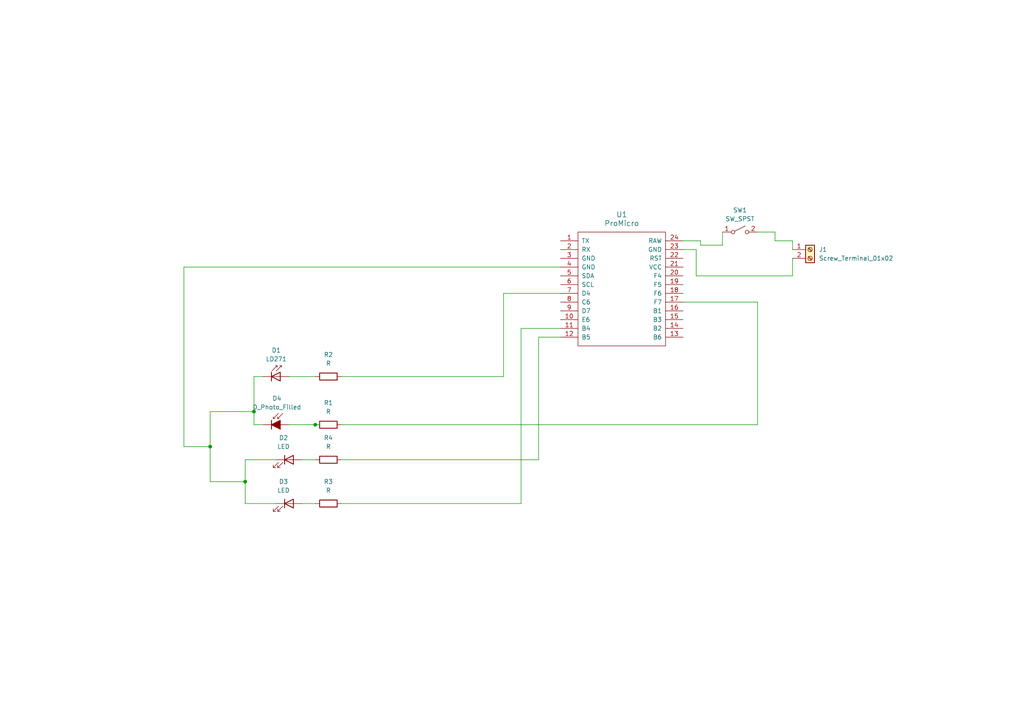
<source format=kicad_sch>
(kicad_sch (version 20231120) (generator "eeschema") (generator_version "8.0")
  (paper "A4")
  (lib_symbols
    (symbol "Connector:Screw_Terminal_01x02" (pin_names (offset 1.016) hide)
      (property "Reference" "J" (at 0 2.54 0))
      (property "Value" "Screw_Terminal_01x02" (at 0 -5.08 0))
      (symbol "Screw_Terminal_01x02_1_1"
        (rectangle (start -1.27 1.27) (end 1.27 -3.81) (stroke (width 0.254)) (fill (type background)))
        (circle (center 0 -2.54) (radius 0.635) (stroke (width 0.1524)))
        (polyline (pts (xy -0.5334 -2.2098) (xy 0.3302 -3.048)) (stroke (width 0.1524)))
        (polyline (pts (xy -0.5334 0.3302) (xy 0.3302 -0.508)) (stroke (width 0.1524)))
        (polyline (pts (xy -0.3556 -2.032) (xy 0.508 -2.8702)) (stroke (width 0.1524)))
        (polyline (pts (xy -0.3556 0.508) (xy 0.508 -0.3302)) (stroke (width 0.1524)))
        (circle (center 0 0) (radius 0.635) (stroke (width 0.1524)))
        (pin passive line (at -5.08 0 0) (length 3.81) (name "Pin_1") (number "1"))
        (pin passive line (at -5.08 -2.54 0) (length 3.81) (name "Pin_2") (number "2"))
      )
    )
    (symbol "Device:D_Photo_Filled" (pin_numbers hide) (pin_names hide)
      (property "Reference" "D" (at 0.508 1.778 0))
      (property "Value" "D_Photo_Filled" (at -1.016 -2.794 0))
      (symbol "D_Photo_Filled_0_1"
        (polyline (pts (xy -2.54 1.27) (xy -2.54 -1.27)) (stroke (width 0.254)))
        (polyline (pts (xy -2.032 1.778) (xy -1.524 1.778)))
        (polyline (pts (xy 0 0) (xy -2.54 0)))
        (polyline (pts (xy -0.508 3.302) (xy -2.032 1.778) (xy -2.032 2.286)))
        (polyline (pts (xy 0 -1.27) (xy 0 1.27) (xy -2.54 0) (xy 0 -1.27)) (stroke (width 0.254)) (fill (type outline)))
        (polyline (pts (xy 0.762 3.302) (xy -0.762 1.778) (xy -0.762 2.286) (xy -0.762 1.778) (xy -0.254 1.778)))
      )
      (symbol "D_Photo_Filled_1_1"
        (pin passive line (at -5.08 0 0) (length 2.54) (name "K") (number "1"))
        (pin passive line (at 2.54 0 180) (length 2.54) (name "A") (number "2"))
      )
    )
    (symbol "Device:LED" (pin_numbers hide) (pin_names (offset 1.016) hide)
      (property "Reference" "D" (at 0 2.54 0))
      (property "Value" "LED" (at 0 -2.54 0))
      (symbol "LED_0_1"
        (polyline (pts (xy -1.27 -1.27) (xy -1.27 1.27)) (stroke (width 0.254)))
        (polyline (pts (xy -1.27 0) (xy 1.27 0)))
        (polyline (pts (xy 1.27 -1.27) (xy 1.27 1.27) (xy -1.27 0) (xy 1.27 -1.27)) (stroke (width 0.254)))
        (polyline (pts (xy -3.048 -0.762) (xy -4.572 -2.286) (xy -3.81 -2.286) (xy -4.572 -2.286) (xy -4.572 -1.524)))
        (polyline (pts (xy -1.778 -0.762) (xy -3.302 -2.286) (xy -2.54 -2.286) (xy -3.302 -2.286) (xy -3.302 -1.524)))
      )
      (symbol "LED_1_1"
        (pin passive line (at -3.81 0 0) (length 2.54) (name "K") (number "1"))
        (pin passive line (at 3.81 0 180) (length 2.54) (name "A") (number "2"))
      )
    )
    (symbol "Device:R" (pin_numbers hide) (pin_names (offset 0))
      (property "Reference" "R" (at 2.032 0 90))
      (property "Value" "R" (at 0 0 90))
      (symbol "R_0_1"
        (rectangle (start -1.016 -2.54) (end 1.016 2.54) (stroke (width 0.254)))
      )
      (symbol "R_1_1"
        (pin passive line (at 0 3.81 270) (length 1.27) (name "~") (number "1"))
        (pin passive line (at 0 -3.81 90) (length 1.27) (name "~") (number "2"))
      )
    )
    (symbol "LED:LD271" (pin_numbers hide) (pin_names (offset 1.016) hide)
      (property "Reference" "D" (at 0.508 1.778 0))
      (property "Value" "LD271" (at -1.016 -2.794 0))
      (symbol "LD271_0_1"
        (polyline (pts (xy -2.54 1.27) (xy -2.54 -1.27)) (stroke (width 0.254)))
        (polyline (pts (xy 0 0) (xy -2.54 0)))
        (polyline (pts (xy 0.381 3.175) (xy -0.127 3.175)))
        (polyline (pts (xy -1.143 1.651) (xy 0.381 3.175) (xy 0.381 2.667)))
        (polyline (pts (xy 0 -1.27) (xy -2.54 0) (xy 0 1.27) (xy 0 -1.27)) (stroke (width 0.254)))
        (polyline (pts (xy -2.413 1.651) (xy -0.889 3.175) (xy -0.889 2.667) (xy -0.889 3.175) (xy -1.397 3.175)))
      )
      (symbol "LD271_1_1"
        (pin passive line (at -5.08 0 0) (length 2.54) (name "K") (number "1"))
        (pin passive line (at 2.54 0 180) (length 2.54) (name "A") (number "2"))
      )
    )
    (symbol "Switch:SW_SPST" (pin_names (offset 0) hide)
      (property "Reference" "SW" (at 0 3.175 0))
      (property "Value" "SW_SPST" (at 0 -2.54 0))
      (symbol "SW_SPST_0_0"
        (circle (center -2.032 0) (radius 0.508))
        (polyline (pts (xy -1.524 0.254) (xy 1.524 1.778)))
        (circle (center 2.032 0) (radius 0.508))
      )
      (symbol "SW_SPST_1_1"
        (pin passive line (at -5.08 0 0) (length 2.54) (name "A") (number "1"))
        (pin passive line (at 5.08 0 180) (length 2.54) (name "B") (number "2"))
      )
    )
    (symbol "promicro:ProMicro" (pin_names (offset 1.016))
      (property "Reference" "U" (at 0 24.13 0))
      (property "Value" "ProMicro" (at 0 -13.97 0))
      (symbol "ProMicro_0_1"
        (rectangle (start -12.7 21.59) (end 12.7 -11.43))
      )
      (symbol "ProMicro_1_1"
        (pin bidirectional line (at -17.78 19.05 0) (length 5.08) (name "TX") (number "1"))
        (pin bidirectional line (at -17.78 -3.81 0) (length 5.08) (name "E6") (number "10"))
        (pin bidirectional line (at -17.78 -6.35 0) (length 5.08) (name "B4") (number "11"))
        (pin bidirectional line (at -17.78 -8.89 0) (length 5.08) (name "B5") (number "12"))
        (pin bidirectional line (at 17.78 -8.89 180) (length 5.08) (name "B6") (number "13"))
        (pin bidirectional line (at 17.78 -6.35 180) (length 5.08) (name "B2") (number "14"))
        (pin bidirectional line (at 17.78 -3.81 180) (length 5.08) (name "B3") (number "15"))
        (pin bidirectional line (at 17.78 -1.27 180) (length 5.08) (name "B1") (number "16"))
        (pin bidirectional line (at 17.78 1.27 180) (length 5.08) (name "F7") (number "17"))
        (pin bidirectional line (at 17.78 3.81 180) (length 5.08) (name "F6") (number "18"))
        (pin bidirectional line (at 17.78 6.35 180) (length 5.08) (name "F5") (number "19"))
        (pin bidirectional line (at -17.78 16.51 0) (length 5.08) (name "RX") (number "2"))
        (pin bidirectional line (at 17.78 8.89 180) (length 5.08) (name "F4") (number "20"))
        (pin power_in line (at 17.78 11.43 180) (length 5.08) (name "VCC") (number "21"))
        (pin input line (at 17.78 13.97 180) (length 5.08) (name "RST") (number "22"))
        (pin power_in line (at 17.78 16.51 180) (length 5.08) (name "GND") (number "23"))
        (pin power_out line (at 17.78 19.05 180) (length 5.08) (name "RAW") (number "24"))
        (pin power_in line (at -17.78 13.97 0) (length 5.08) (name "GND") (number "3"))
        (pin power_in line (at -17.78 11.43 0) (length 5.08) (name "GND") (number "4"))
        (pin bidirectional line (at -17.78 8.89 0) (length 5.08) (name "SDA") (number "5"))
        (pin bidirectional line (at -17.78 6.35 0) (length 5.08) (name "SCL") (number "6"))
        (pin bidirectional line (at -17.78 3.81 0) (length 5.08) (name "D4") (number "7"))
        (pin bidirectional line (at -17.78 1.27 0) (length 5.08) (name "C6") (number "8"))
        (pin bidirectional line (at -17.78 -1.27 0) (length 5.08) (name "D7") (number "9"))
      )
    )
  )
  (junction (at 91.44 123.19))
  (junction (at 73.66 119.38))
  (junction (at 71.12 139.7))
  (junction (at 60.96 129.54))
  (wire (pts (xy 87.63 146.05) (xy 91.44 146.05)))
  (wire (pts (xy 53.34 129.54) (xy 60.96 129.54)))
  (wire (pts (xy 53.34 77.47) (xy 53.34 129.54)))
  (wire (pts (xy 224.79 69.85) (xy 229.87 69.85)))
  (wire (pts (xy 76.2 109.22) (xy 73.66 109.22)))
  (wire (pts (xy 203.2 69.85) (xy 198.12 69.85)))
  (wire (pts (xy 60.96 129.54) (xy 60.96 139.7)))
  (wire (pts (xy 83.82 109.22) (xy 91.44 109.22)))
  (wire (pts (xy 203.2 71.12) (xy 203.2 69.85)))
  (wire (pts (xy 151.13 146.05) (xy 99.06 146.05)))
  (wire (pts (xy 151.13 95.25) (xy 151.13 146.05)))
  (wire (pts (xy 201.93 80.01) (xy 201.93 72.39)))
  (wire (pts (xy 219.71 67.31) (xy 224.79 67.31)))
  (wire (pts (xy 219.71 123.19) (xy 99.06 123.19)))
  (wire (pts (xy 80.01 146.05) (xy 71.12 146.05)))
  (wire (pts (xy 87.63 133.35) (xy 91.44 133.35)))
  (wire (pts (xy 198.12 87.63) (xy 219.71 87.63)))
  (wire (pts (xy 92.71 123.19) (xy 91.44 123.19)))
  (wire (pts (xy 162.56 95.25) (xy 151.13 95.25)))
  (wire (pts (xy 60.96 119.38) (xy 60.96 129.54)))
  (wire (pts (xy 146.05 85.09) (xy 146.05 109.22)))
  (wire (pts (xy 60.96 139.7) (xy 71.12 139.7)))
  (wire (pts (xy 201.93 72.39) (xy 198.12 72.39)))
  (wire (pts (xy 83.82 123.19) (xy 91.44 123.19)))
  (wire (pts (xy 209.55 71.12) (xy 203.2 71.12)))
  (wire (pts (xy 229.87 69.85) (xy 229.87 72.39)))
  (wire (pts (xy 73.66 119.38) (xy 60.96 119.38)))
  (wire (pts (xy 156.21 133.35) (xy 99.06 133.35)))
  (wire (pts (xy 162.56 85.09) (xy 146.05 85.09)))
  (wire (pts (xy 73.66 119.38) (xy 73.66 123.19)))
  (wire (pts (xy 71.12 139.7) (xy 71.12 133.35)))
  (wire (pts (xy 156.21 97.79) (xy 156.21 133.35)))
  (wire (pts (xy 229.87 80.01) (xy 229.87 74.93)))
  (wire (pts (xy 162.56 77.47) (xy 53.34 77.47)))
  (wire (pts (xy 73.66 109.22) (xy 73.66 119.38)))
  (wire (pts (xy 71.12 133.35) (xy 80.01 133.35)))
  (wire (pts (xy 209.55 67.31) (xy 209.55 71.12)))
  (wire (pts (xy 201.93 80.01) (xy 229.87 80.01)))
  (wire (pts (xy 146.05 109.22) (xy 99.06 109.22)))
  (wire (pts (xy 71.12 146.05) (xy 71.12 139.7)))
  (wire (pts (xy 219.71 87.63) (xy 219.71 123.19)))
  (wire (pts (xy 73.66 123.19) (xy 76.2 123.19)))
  (wire (pts (xy 162.56 97.79) (xy 156.21 97.79)))
  (wire (pts (xy 224.79 67.31) (xy 224.79 69.85)))
  (symbol (lib_id "Device:LED") (at 83.82 146.05 0) (unit 1)
    (property "Reference" "D3" (at 82.2325 139.7 0))
    (property "Value" "LED" (at 82.2325 142.24 0))
    (property "Footprint" "LED_THT:LED_D3.0mm" (effects (hide yes)))
    (property "Description" "Light emitting diode" (effects (hide yes)))
  )
  (symbol (lib_id "Connector:Screw_Terminal_01x02") (at 234.95 72.39 0) (unit 1)
    (property "Reference" "J1" (at 237.49 72.3899 0) (effects (justify left)))
    (property "Value" "Screw_Terminal_01x02" (at 237.49 74.9299 0) (effects (justify left)))
    (property "Footprint" "TerminalBlock_Phoenix:TerminalBlock_Phoenix_MPT-0,5-2-2.54_1x02_P2.54mm_Horizontal" (effects (hide yes)))
    (property "Description" "Generic screw terminal, single row, 01x02, script generated (kicad-library-utils/schlib/autogen/connector/)" (effects (hide yes)))
  )
  (symbol (lib_id "Switch:SW_SPST") (at 214.63 67.31 0) (unit 1)
    (property "Reference" "SW1" (at 214.63 60.96 0))
    (property "Value" "SW_SPST" (at 214.63 63.5 0))
    (property "Footprint" "Library:SS12D00G SPDT Micro Switch" (effects (hide yes)))
    (property "Description" "Single Pole Single Throw (SPST) switch" (effects (hide yes)))
  )
  (symbol (lib_id "Device:R") (at 95.25 123.19 90) (unit 1)
    (property "Reference" "R1" (at 95.25 116.84 90))
    (property "Value" "R" (at 95.25 119.38 90))
    (property "Footprint" "Resistor_THT:R_Axial_DIN0207_L6.3mm_D2.5mm_P7.62mm_Horizontal" (effects (hide yes)))
    (property "Description" "Resistor" (effects (hide yes)))
  )
  (symbol (lib_id "Device:D_Photo_Filled") (at 81.28 123.19 0) (unit 1)
    (property "Reference" "D4" (at 80.3275 115.57 0))
    (property "Value" "D_Photo_Filled" (at 80.3275 118.11 0))
    (property "Footprint" "LED_THT:LED_D5.0mm" (effects (hide yes)))
    (property "Description" "Photodiode, filled shape" (effects (hide yes)))
  )
  (symbol (lib_id "Device:R") (at 95.25 133.35 90) (unit 1)
    (property "Reference" "R4" (at 95.25 127 90))
    (property "Value" "R" (at 95.25 129.54 90))
    (property "Footprint" "Resistor_THT:R_Axial_DIN0207_L6.3mm_D2.5mm_P7.62mm_Horizontal" (effects (hide yes)))
    (property "Description" "Resistor" (effects (hide yes)))
  )
  (symbol (lib_id "Device:R") (at 95.25 146.05 90) (unit 1)
    (property "Reference" "R3" (at 95.25 139.7 90))
    (property "Value" "R" (at 95.25 142.24 90))
    (property "Footprint" "Resistor_THT:R_Axial_DIN0207_L6.3mm_D2.5mm_P7.62mm_Horizontal" (effects (hide yes)))
    (property "Description" "Resistor" (effects (hide yes)))
  )
  (symbol (lib_id "promicro:ProMicro") (at 180.34 88.9 0) (unit 1)
    (property "Reference" "U1" (at 180.34 62.23 0) (effects (font (size 1.524 1.524))))
    (property "Value" "ProMicro" (at 180.34 64.77 0) (effects (font (size 1.524 1.524))))
    (property "Footprint" "ProMicroFootprint:ARDUINO_PRO_MICRO" (effects (hide yes)))
  )
  (symbol (lib_id "Device:LED") (at 83.82 133.35 0) (unit 1)
    (property "Reference" "D2" (at 82.2325 127 0))
    (property "Value" "LED" (at 82.2325 129.54 0))
    (property "Footprint" "LED_THT:LED_D3.0mm" (effects (hide yes)))
    (property "Description" "Light emitting diode" (effects (hide yes)))
  )
  (symbol (lib_id "Device:R") (at 95.25 109.22 90) (unit 1)
    (property "Reference" "R2" (at 95.25 102.87 90))
    (property "Value" "R" (at 95.25 105.41 90))
    (property "Footprint" "Resistor_THT:R_Axial_DIN0207_L6.3mm_D2.5mm_P7.62mm_Horizontal" (effects (hide yes)))
    (property "Description" "Resistor" (effects (hide yes)))
  )
  (symbol (lib_id "LED:LD271") (at 81.28 109.22 0) (unit 1)
    (property "Reference" "D1" (at 80.137 101.6 0))
    (property "Value" "LD271" (at 80.137 104.14 0))
    (property "Footprint" "LED_THT:LED_D5.0mm_IRGrey" (effects (hide yes)))
    (property "Datasheet" "http://www.alliedelec.com/m/d/40788c34903a719969df15f1fbea1056.pdf" (effects (hide yes)))
    (property "Description" "940nm IR-LED, 5mm" (effects (hide yes)))
  )
)
</source>
